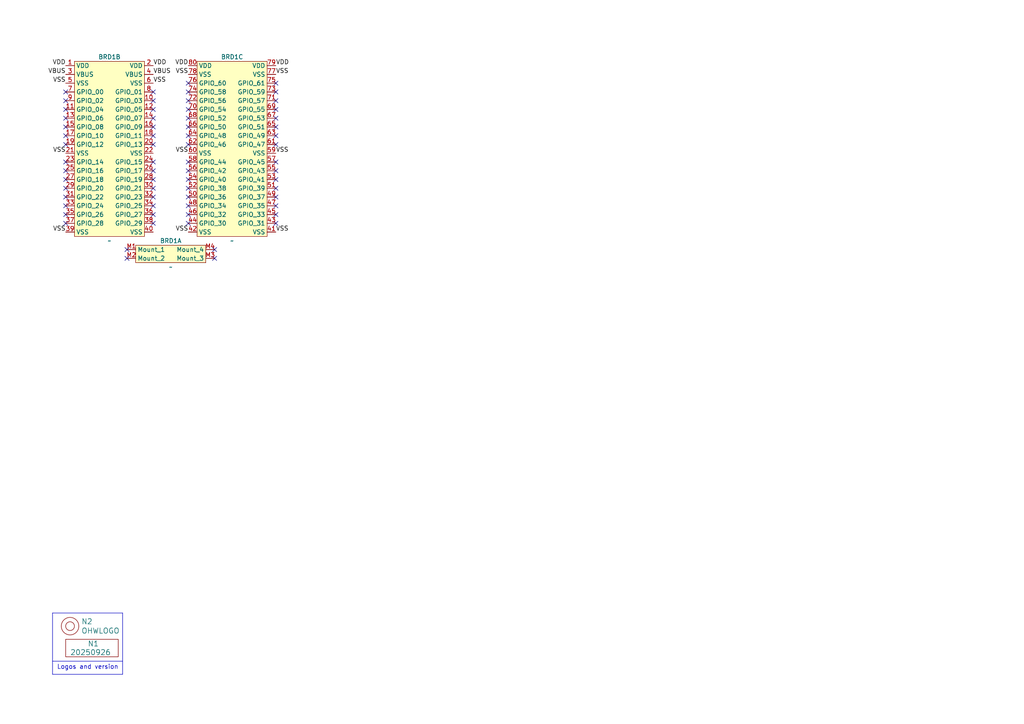
<source format=kicad_sch>
(kicad_sch (version 20250114) (generator "eeschema") (generator_version "9.0")
  (paper "A4")
  (lib_symbols
    (symbol "SquantorLabels:OHWLOGO" (pin_names (offset 1.016))
      (property "Reference" "N" (at 0 3.81 0))
      (property "Value" "OHWLOGO" (at 0 -3.81 0))
      (symbol "OHWLOGO_0_1"
        (circle (center 0 0) (radius 1.27))
        (circle (center 0 0) (radius 2.54))
      )
    )
    (symbol "SquantorLabels:VYYYYMMDD" (pin_names (offset 1.016))
      (property "Reference" "N" (at 0 2.54 0))
      (property "Value" "VYYYYMMDD" (at 0 0 0))
      (symbol "VYYYYMMDD_0_1"
        (rectangle (start 7.62 -1.27) (end -7.62 3.81))
      )
    )
    (symbol "SquantorNuclone:Medium_expansion_generic"
      (property "Reference" "BRD" (at 0 29.21 0))
      (symbol "Medium_expansion_generic_1_1"
        (rectangle (start -10.16 2.54) (end 10.16 -2.54) (fill (type background)))
        (pin passive line (at -12.7 1.27 0) (length 2.54) (name "Mount_1") (number "M1"))
        (pin passive line (at -12.7 -1.27 0) (length 2.54) (name "Mount_2") (number "M2"))
        (pin passive line (at 12.7 1.27 180) (length 2.54) (name "Mount_4") (number "M4"))
        (pin passive line (at 12.7 -1.27 180) (length 2.54) (name "Mount_3") (number "M3"))
      )
      (symbol "Medium_expansion_generic_2_1"
        (rectangle (start -10.16 26.67) (end 10.16 -24.13) (fill (type background)))
        (pin power_out line (at -12.7 25.4 0) (length 2.54) (name "VDD") (number "1"))
        (pin power_out line (at -12.7 22.86 0) (length 2.54) (name "VBUS") (number "3"))
        (pin power_out line (at -12.7 20.32 0) (length 2.54) (name "VSS") (number "5"))
        (pin bidirectional line (at -12.7 17.78 0) (length 2.54) (name "GPIO_00") (number "7"))
        (pin bidirectional line (at -12.7 15.24 0) (length 2.54) (name "GPIO_02") (number "9"))
        (pin bidirectional line (at -12.7 12.7 0) (length 2.54) (name "GPIO_04") (number "11"))
        (pin bidirectional line (at -12.7 10.16 0) (length 2.54) (name "GPIO_06") (number "13"))
        (pin bidirectional line (at -12.7 7.62 0) (length 2.54) (name "GPIO_08") (number "15"))
        (pin bidirectional line (at -12.7 5.08 0) (length 2.54) (name "GPIO_10") (number "17"))
        (pin bidirectional line (at -12.7 2.54 0) (length 2.54) (name "GPIO_12") (number "19"))
        (pin power_in line (at -12.7 0 0) (length 2.54) (name "VSS") (number "21"))
        (pin bidirectional line (at -12.7 -2.54 0) (length 2.54) (name "GPIO_14") (number "23"))
        (pin bidirectional line (at -12.7 -5.08 0) (length 2.54) (name "GPIO_16") (number "25"))
        (pin bidirectional line (at -12.7 -7.62 0) (length 2.54) (name "GPIO_18") (number "27"))
        (pin bidirectional line (at -12.7 -10.16 0) (length 2.54) (name "GPIO_20") (number "29"))
        (pin bidirectional line (at -12.7 -12.7 0) (length 2.54) (name "GPIO_22") (number "31"))
        (pin bidirectional line (at -12.7 -15.24 0) (length 2.54) (name "GPIO_24") (number "33"))
        (pin bidirectional line (at -12.7 -17.78 0) (length 2.54) (name "GPIO_26") (number "35"))
        (pin bidirectional line (at -12.7 -20.32 0) (length 2.54) (name "GPIO_28") (number "37"))
        (pin power_in line (at -12.7 -22.86 0) (length 2.54) (name "VSS") (number "39"))
        (pin power_in line (at 12.7 25.4 180) (length 2.54) (name "VDD") (number "2"))
        (pin power_in line (at 12.7 22.86 180) (length 2.54) (name "VBUS") (number "4"))
        (pin power_in line (at 12.7 20.32 180) (length 2.54) (name "VSS") (number "6"))
        (pin bidirectional line (at 12.7 17.78 180) (length 2.54) (name "GPIO_01") (number "8"))
        (pin bidirectional line (at 12.7 15.24 180) (length 2.54) (name "GPIO_03") (number "10"))
        (pin bidirectional line (at 12.7 12.7 180) (length 2.54) (name "GPIO_05") (number "12"))
        (pin bidirectional line (at 12.7 10.16 180) (length 2.54) (name "GPIO_07") (number "14"))
        (pin bidirectional line (at 12.7 7.62 180) (length 2.54) (name "GPIO_09") (number "16"))
        (pin bidirectional line (at 12.7 5.08 180) (length 2.54) (name "GPIO_11") (number "18"))
        (pin bidirectional line (at 12.7 2.54 180) (length 2.54) (name "GPIO_13") (number "20"))
        (pin power_in line (at 12.7 0 180) (length 2.54) (name "VSS") (number "22"))
        (pin bidirectional line (at 12.7 -2.54 180) (length 2.54) (name "GPIO_15") (number "24"))
        (pin bidirectional line (at 12.7 -5.08 180) (length 2.54) (name "GPIO_17") (number "26"))
        (pin bidirectional line (at 12.7 -7.62 180) (length 2.54) (name "GPIO_19") (number "28"))
        (pin bidirectional line (at 12.7 -10.16 180) (length 2.54) (name "GPIO_21") (number "30"))
        (pin bidirectional line (at 12.7 -12.7 180) (length 2.54) (name "GPIO_23") (number "32"))
        (pin bidirectional line (at 12.7 -15.24 180) (length 2.54) (name "GPIO_25") (number "34"))
        (pin bidirectional line (at 12.7 -17.78 180) (length 2.54) (name "GPIO_27") (number "36"))
        (pin bidirectional line (at 12.7 -20.32 180) (length 2.54) (name "GPIO_29") (number "38"))
        (pin power_in line (at 12.7 -22.86 180) (length 2.54) (name "VSS") (number "40"))
      )
      (symbol "Medium_expansion_generic_3_1"
        (rectangle (start -10.16 26.67) (end 10.16 -24.13) (fill (type background)))
        (pin power_in line (at -12.7 25.4 0) (length 2.54) (name "VDD") (number "80"))
        (pin power_in line (at -12.7 22.86 0) (length 2.54) (name "VSS") (number "78"))
        (pin bidirectional line (at -12.7 20.32 0) (length 2.54) (name "GPIO_60") (number "76"))
        (pin bidirectional line (at -12.7 17.78 0) (length 2.54) (name "GPIO_58") (number "74"))
        (pin bidirectional line (at -12.7 15.24 0) (length 2.54) (name "GPIO_56") (number "72"))
        (pin bidirectional line (at -12.7 12.7 0) (length 2.54) (name "GPIO_54") (number "70"))
        (pin bidirectional line (at -12.7 10.16 0) (length 2.54) (name "GPIO_52") (number "68"))
        (pin bidirectional line (at -12.7 7.62 0) (length 2.54) (name "GPIO_50") (number "66"))
        (pin bidirectional line (at -12.7 5.08 0) (length 2.54) (name "GPIO_48") (number "64"))
        (pin bidirectional line (at -12.7 2.54 0) (length 2.54) (name "GPIO_46") (number "62"))
        (pin power_in line (at -12.7 0 0) (length 2.54) (name "VSS") (number "60"))
        (pin bidirectional line (at -12.7 -2.54 0) (length 2.54) (name "GPIO_44") (number "58"))
        (pin bidirectional line (at -12.7 -5.08 0) (length 2.54) (name "GPIO_42") (number "56"))
        (pin bidirectional line (at -12.7 -7.62 0) (length 2.54) (name "GPIO_40") (number "54"))
        (pin bidirectional line (at -12.7 -10.16 0) (length 2.54) (name "GPIO_38") (number "52"))
        (pin bidirectional line (at -12.7 -12.7 0) (length 2.54) (name "GPIO_36") (number "50"))
        (pin bidirectional line (at -12.7 -15.24 0) (length 2.54) (name "GPIO_34") (number "48"))
        (pin bidirectional line (at -12.7 -17.78 0) (length 2.54) (name "GPIO_32") (number "46"))
        (pin bidirectional line (at -12.7 -20.32 0) (length 2.54) (name "GPIO_30") (number "44"))
        (pin power_in line (at -12.7 -22.86 0) (length 2.54) (name "VSS") (number "42"))
        (pin power_in line (at 12.7 25.4 180) (length 2.54) (name "VDD") (number "79"))
        (pin power_in line (at 12.7 22.86 180) (length 2.54) (name "VSS") (number "77"))
        (pin bidirectional line (at 12.7 20.32 180) (length 2.54) (name "GPIO_61") (number "75"))
        (pin bidirectional line (at 12.7 17.78 180) (length 2.54) (name "GPIO_59") (number "73"))
        (pin bidirectional line (at 12.7 15.24 180) (length 2.54) (name "GPIO_57") (number "71"))
        (pin bidirectional line (at 12.7 12.7 180) (length 2.54) (name "GPIO_55") (number "69"))
        (pin bidirectional line (at 12.7 10.16 180) (length 2.54) (name "GPIO_53") (number "67"))
        (pin bidirectional line (at 12.7 7.62 180) (length 2.54) (name "GPIO_51") (number "65"))
        (pin bidirectional line (at 12.7 5.08 180) (length 2.54) (name "GPIO_49") (number "63"))
        (pin bidirectional line (at 12.7 2.54 180) (length 2.54) (name "GPIO_47") (number "61"))
        (pin power_in line (at 12.7 0 180) (length 2.54) (name "VSS") (number "59"))
        (pin bidirectional line (at 12.7 -2.54 180) (length 2.54) (name "GPIO_45") (number "57"))
        (pin bidirectional line (at 12.7 -5.08 180) (length 2.54) (name "GPIO_43") (number "55"))
        (pin bidirectional line (at 12.7 -7.62 180) (length 2.54) (name "GPIO_41") (number "53"))
        (pin bidirectional line (at 12.7 -10.16 180) (length 2.54) (name "GPIO_39") (number "51"))
        (pin bidirectional line (at 12.7 -12.7 180) (length 2.54) (name "GPIO_37") (number "49"))
        (pin bidirectional line (at 12.7 -15.24 180) (length 2.54) (name "GPIO_35") (number "47"))
        (pin bidirectional line (at 12.7 -17.78 180) (length 2.54) (name "GPIO_33") (number "45"))
        (pin bidirectional line (at 12.7 -20.32 180) (length 2.54) (name "GPIO_31") (number "43"))
        (pin power_in line (at 12.7 -22.86 180) (length 2.54) (name "VSS") (number "41"))
      )
    )
  )
  (text "Logos and version" (at 16.51 194.31 0) (effects (font (size 1.27 1.27)) (justify left bottom)))
  (no_connect (at 80.01 29.21))
  (no_connect (at 54.61 52.07))
  (no_connect (at 62.23 72.39))
  (no_connect (at 19.05 64.77))
  (no_connect (at 19.05 36.83))
  (no_connect (at 44.45 46.99))
  (no_connect (at 54.61 54.61))
  (no_connect (at 80.01 36.83))
  (no_connect (at 80.01 57.15))
  (no_connect (at 54.61 24.13))
  (no_connect (at 44.45 36.83))
  (no_connect (at 44.45 39.37))
  (no_connect (at 80.01 26.67))
  (no_connect (at 19.05 39.37))
  (no_connect (at 80.01 39.37))
  (no_connect (at 44.45 31.75))
  (no_connect (at 54.61 26.67))
  (no_connect (at 19.05 62.23))
  (no_connect (at 44.45 54.61))
  (no_connect (at 44.45 64.77))
  (no_connect (at 80.01 31.75))
  (no_connect (at 19.05 41.91))
  (no_connect (at 19.05 52.07))
  (no_connect (at 80.01 46.99))
  (no_connect (at 54.61 36.83))
  (no_connect (at 80.01 34.29))
  (no_connect (at 19.05 57.15))
  (no_connect (at 19.05 26.67))
  (no_connect (at 44.45 26.67))
  (no_connect (at 19.05 49.53))
  (no_connect (at 54.61 57.15))
  (no_connect (at 44.45 34.29))
  (no_connect (at 19.05 46.99))
  (no_connect (at 19.05 31.75))
  (no_connect (at 80.01 54.61))
  (no_connect (at 44.45 41.91))
  (no_connect (at 54.61 34.29))
  (no_connect (at 80.01 41.91))
  (no_connect (at 54.61 31.75))
  (no_connect (at 80.01 62.23))
  (no_connect (at 44.45 62.23))
  (no_connect (at 44.45 29.21))
  (no_connect (at 80.01 64.77))
  (no_connect (at 80.01 59.69))
  (no_connect (at 62.23 74.93))
  (no_connect (at 54.61 46.99))
  (no_connect (at 54.61 59.69))
  (no_connect (at 54.61 39.37))
  (no_connect (at 36.83 72.39))
  (no_connect (at 44.45 59.69))
  (no_connect (at 54.61 62.23))
  (no_connect (at 19.05 29.21))
  (no_connect (at 19.05 59.69))
  (no_connect (at 19.05 34.29))
  (no_connect (at 36.83 74.93))
  (no_connect (at 19.05 54.61))
  (no_connect (at 54.61 29.21))
  (no_connect (at 54.61 64.77))
  (no_connect (at 44.45 52.07))
  (no_connect (at 80.01 52.07))
  (no_connect (at 54.61 49.53))
  (no_connect (at 54.61 41.91))
  (no_connect (at 80.01 24.13))
  (no_connect (at 44.45 49.53))
  (no_connect (at 44.45 57.15))
  (no_connect (at 80.01 49.53))
  (polyline (pts (xy 15.24 177.8) (xy 15.24 195.58)))
  (polyline (pts (xy 35.56 177.8) (xy 15.24 177.8)))
  (polyline (pts (xy 35.56 195.58) (xy 35.56 177.8)))
  (polyline (pts (xy 15.24 195.58) (xy 35.56 195.58)))
  (polyline (pts (xy 15.24 191.77) (xy 35.56 191.77)))
  (label "VSS" (at 44.45 24.13 0))
  (label "VBUS" (at 44.45 21.59 0))
  (label "VSS" (at 19.05 67.31 180))
  (label "VSS" (at 19.05 24.13 180))
  (label "VDD" (at 44.45 19.05 0))
  (label "VDD" (at 19.05 19.05 180))
  (label "VBUS" (at 19.05 21.59 180))
  (label "VSS" (at 19.05 44.45 180))
  (label "VDD" (at 54.61 19.05 180))
  (label "VSS" (at 80.01 67.31 0))
  (label "VSS" (at 80.01 21.59 0))
  (label "VSS" (at 54.61 67.31 180))
  (label "VSS" (at 54.61 44.45 180))
  (label "VSS" (at 80.01 44.45 0))
  (label "VDD" (at 80.01 19.05 0))
  (label "VSS" (at 54.61 21.59 180))
  (symbol (lib_id "SquantorLabels:VYYYYMMDD") (at 26.67 189.23 0) (unit 1)
    (property "Reference" "N1" (at 25.4 186.69 0) (effects (font (size 1.524 1.524)) (justify left)))
    (property "Value" "20250926" (at 20.32 189.23 0) (effects (font (size 1.524 1.524)) (justify left)))
    (property "Footprint" "SquantorLabels:Label_Generic" (effects (hide yes)))
  )
  (symbol (lib_id "SquantorLabels:OHWLOGO") (at 20.32 181.61 0) (unit 1)
    (property "Reference" "N2" (at 23.5712 180.2638 0) (effects (font (size 1.524 1.524)) (justify left)))
    (property "Value" "OHWLOGO" (at 23.5712 182.9562 0) (effects (font (size 1.524 1.524)) (justify left)))
    (property "Footprint" "Symbol:OSHW-Symbol_6.7x6mm_SilkScreen" (effects (hide yes)))
  )
  (symbol (lib_id "SquantorNuclone:Medium_expansion_generic") (at 67.31 44.45 0) (unit 3)
    (property "Reference" "BRD1" (at 67.31 16.51 0))
    (property "Value" "~" (at 67.31 69.85 0))
    (property "Footprint" "SquantorNuclone:expansion_medium_generic" (effects (hide yes)))
  )
  (symbol (lib_id "SquantorNuclone:Medium_expansion_generic") (at 49.53 73.66 0) (unit 1)
    (property "Reference" "BRD1" (at 49.53 69.85 0))
    (property "Value" "~" (at 49.53 77.47 0))
    (property "Footprint" "SquantorNuclone:expansion_medium_generic" (effects (hide yes)))
  )
  (symbol (lib_id "SquantorNuclone:Medium_expansion_generic") (at 31.75 44.45 0) (unit 2)
    (property "Reference" "BRD1" (at 31.75 16.51 0))
    (property "Value" "~" (at 31.75 69.85 0))
    (property "Footprint" "SquantorNuclone:expansion_medium_generic" (effects (hide yes)))
  )
)
</source>
